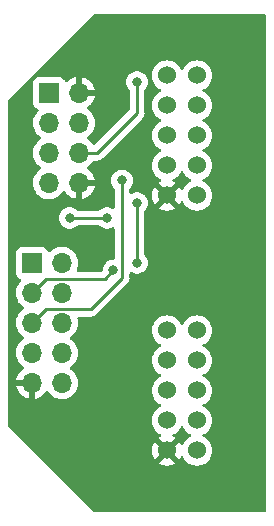
<source format=gbr>
G04 #@! TF.GenerationSoftware,KiCad,Pcbnew,(6.0.0)*
G04 #@! TF.CreationDate,2021-12-31T10:21:58-05:00*
G04 #@! TF.ProjectId,SKR-Mini_Screen,534b522d-4d69-46e6-995f-53637265656e,rev?*
G04 #@! TF.SameCoordinates,Original*
G04 #@! TF.FileFunction,Copper,L2,Bot*
G04 #@! TF.FilePolarity,Positive*
%FSLAX46Y46*%
G04 Gerber Fmt 4.6, Leading zero omitted, Abs format (unit mm)*
G04 Created by KiCad (PCBNEW (6.0.0)) date 2021-12-31 10:21:58*
%MOMM*%
%LPD*%
G01*
G04 APERTURE LIST*
G04 #@! TA.AperFunction,ComponentPad*
%ADD10C,1.524000*%
G04 #@! TD*
G04 #@! TA.AperFunction,ComponentPad*
%ADD11R,1.700000X1.700000*%
G04 #@! TD*
G04 #@! TA.AperFunction,ComponentPad*
%ADD12O,1.700000X1.700000*%
G04 #@! TD*
G04 #@! TA.AperFunction,ViaPad*
%ADD13C,0.800000*%
G04 #@! TD*
G04 #@! TA.AperFunction,Conductor*
%ADD14C,0.250000*%
G04 #@! TD*
G04 APERTURE END LIST*
D10*
X137160000Y-112395000D03*
X139700000Y-112395000D03*
X137160000Y-114935000D03*
X139700000Y-114935000D03*
X137160000Y-117475000D03*
X139700000Y-117475000D03*
X137160000Y-120015000D03*
X139700000Y-120015000D03*
X137160000Y-122555000D03*
X139700000Y-122555000D03*
X137160000Y-90805000D03*
X139700000Y-90805000D03*
X137160000Y-93345000D03*
X139700000Y-93345000D03*
X137160000Y-95885000D03*
X139700000Y-95885000D03*
X137160000Y-98425000D03*
X139700000Y-98425000D03*
X137160000Y-100965000D03*
X139700000Y-100965000D03*
D11*
X125730000Y-106680000D03*
D12*
X128270000Y-106680000D03*
X125730000Y-109220000D03*
X128270000Y-109220000D03*
X125730000Y-111760000D03*
X128270000Y-111760000D03*
X125730000Y-114300000D03*
X128270000Y-114300000D03*
X125730000Y-116840000D03*
X128270000Y-116840000D03*
D11*
X127178000Y-92292000D03*
D12*
X129718000Y-92292000D03*
X127178000Y-94832000D03*
X129718000Y-94832000D03*
X127178000Y-97372000D03*
X129718000Y-97372000D03*
X127178000Y-99912000D03*
X129718000Y-99912000D03*
D13*
X133350000Y-99695000D03*
X132625000Y-107315000D03*
X134620000Y-106680000D03*
X134620000Y-101600000D03*
X134620000Y-91350500D03*
X132080000Y-102870000D03*
X128905000Y-102870000D03*
D14*
X126579999Y-110910001D02*
X125730000Y-111760000D01*
X133350000Y-107951410D02*
X130716411Y-110584999D01*
X130716411Y-110584999D02*
X126905001Y-110584999D01*
X126905001Y-110584999D02*
X126579999Y-110910001D01*
X133350000Y-99695000D02*
X133350000Y-107951410D01*
X134620000Y-106680000D02*
X134620000Y-101600000D01*
X131895001Y-108044999D02*
X132625000Y-107315000D01*
X125730000Y-109220000D02*
X126905001Y-108044999D01*
X126905001Y-108044999D02*
X131895001Y-108044999D01*
X134620000Y-93980000D02*
X131228000Y-97372000D01*
X134620000Y-91350500D02*
X134620000Y-93980000D01*
X131228000Y-97372000D02*
X129718000Y-97372000D01*
X128905000Y-102870000D02*
X132080000Y-102870000D01*
G04 #@! TA.AperFunction,Conductor*
G36*
X145484121Y-85618002D02*
G01*
X145530614Y-85671658D01*
X145542000Y-85724000D01*
X145542000Y-127636000D01*
X145521998Y-127704121D01*
X145468342Y-127750614D01*
X145416000Y-127762000D01*
X131072610Y-127762000D01*
X131004489Y-127741998D01*
X130983515Y-127725095D01*
X126872197Y-123613777D01*
X136465777Y-123613777D01*
X136475074Y-123625793D01*
X136518069Y-123655898D01*
X136527555Y-123661376D01*
X136718993Y-123750645D01*
X136729285Y-123754391D01*
X136933309Y-123809059D01*
X136944104Y-123810962D01*
X137154525Y-123829372D01*
X137165475Y-123829372D01*
X137375896Y-123810962D01*
X137386691Y-123809059D01*
X137590715Y-123754391D01*
X137601007Y-123750645D01*
X137792445Y-123661376D01*
X137801931Y-123655898D01*
X137845764Y-123625207D01*
X137854139Y-123614729D01*
X137847071Y-123601281D01*
X137172812Y-122927022D01*
X137158868Y-122919408D01*
X137157035Y-122919539D01*
X137150420Y-122923790D01*
X136472207Y-123602003D01*
X136465777Y-123613777D01*
X126872197Y-123613777D01*
X125818895Y-122560475D01*
X135885628Y-122560475D01*
X135904038Y-122770896D01*
X135905941Y-122781691D01*
X135960609Y-122985715D01*
X135964355Y-122996007D01*
X136053623Y-123187441D01*
X136059103Y-123196932D01*
X136089794Y-123240765D01*
X136100271Y-123249140D01*
X136113718Y-123242072D01*
X136787978Y-122567812D01*
X136795592Y-122553868D01*
X136795461Y-122552035D01*
X136791210Y-122545420D01*
X136112997Y-121867207D01*
X136101223Y-121860777D01*
X136089207Y-121870074D01*
X136059103Y-121913068D01*
X136053623Y-121922559D01*
X135964355Y-122113993D01*
X135960609Y-122124285D01*
X135905941Y-122328309D01*
X135904038Y-122339104D01*
X135885628Y-122549525D01*
X135885628Y-122560475D01*
X125818895Y-122560475D01*
X123734905Y-120476485D01*
X123700879Y-120414173D01*
X123698000Y-120387390D01*
X123698000Y-120015000D01*
X135884647Y-120015000D01*
X135904022Y-120236463D01*
X135961560Y-120451196D01*
X135963882Y-120456177D01*
X135963883Y-120456178D01*
X136053186Y-120647689D01*
X136053189Y-120647694D01*
X136055512Y-120652676D01*
X136058668Y-120657183D01*
X136058669Y-120657185D01*
X136079180Y-120686477D01*
X136183023Y-120834781D01*
X136340219Y-120991977D01*
X136344727Y-120995134D01*
X136344730Y-120995136D01*
X136404157Y-121036747D01*
X136522323Y-121119488D01*
X136527305Y-121121811D01*
X136527310Y-121121814D01*
X136632965Y-121171081D01*
X136686250Y-121217998D01*
X136705711Y-121286275D01*
X136685169Y-121354235D01*
X136632965Y-121399471D01*
X136527559Y-121448623D01*
X136518068Y-121454103D01*
X136474235Y-121484794D01*
X136465860Y-121495271D01*
X136472928Y-121508718D01*
X137147188Y-122182978D01*
X137161132Y-122190592D01*
X137162965Y-122190461D01*
X137169580Y-122186210D01*
X137847793Y-121507997D01*
X137854223Y-121496223D01*
X137844926Y-121484207D01*
X137801931Y-121454102D01*
X137792445Y-121448624D01*
X137687035Y-121399471D01*
X137633750Y-121352554D01*
X137614289Y-121284277D01*
X137634831Y-121216317D01*
X137687035Y-121171081D01*
X137792690Y-121121814D01*
X137792695Y-121121811D01*
X137797677Y-121119488D01*
X137915843Y-121036747D01*
X137975270Y-120995136D01*
X137975273Y-120995134D01*
X137979781Y-120991977D01*
X138136977Y-120834781D01*
X138240821Y-120686477D01*
X138261331Y-120657185D01*
X138261332Y-120657183D01*
X138264488Y-120652676D01*
X138266811Y-120647694D01*
X138266814Y-120647689D01*
X138315805Y-120542627D01*
X138362723Y-120489342D01*
X138431000Y-120469881D01*
X138498960Y-120490423D01*
X138544195Y-120542627D01*
X138593186Y-120647689D01*
X138593189Y-120647694D01*
X138595512Y-120652676D01*
X138598668Y-120657183D01*
X138598669Y-120657185D01*
X138619180Y-120686477D01*
X138723023Y-120834781D01*
X138880219Y-120991977D01*
X138884727Y-120995134D01*
X138884730Y-120995136D01*
X138944157Y-121036747D01*
X139062323Y-121119488D01*
X139067305Y-121121811D01*
X139067310Y-121121814D01*
X139172373Y-121170805D01*
X139225658Y-121217722D01*
X139245119Y-121285999D01*
X139224577Y-121353959D01*
X139172373Y-121399195D01*
X139067311Y-121448186D01*
X139067306Y-121448189D01*
X139062324Y-121450512D01*
X139057817Y-121453668D01*
X139057815Y-121453669D01*
X138884730Y-121574864D01*
X138884727Y-121574866D01*
X138880219Y-121578023D01*
X138723023Y-121735219D01*
X138719866Y-121739727D01*
X138719864Y-121739730D01*
X138598669Y-121912815D01*
X138595512Y-121917324D01*
X138593189Y-121922306D01*
X138593186Y-121922311D01*
X138543919Y-122027965D01*
X138497001Y-122081250D01*
X138428724Y-122100711D01*
X138360764Y-122080169D01*
X138315529Y-122027965D01*
X138266377Y-121922559D01*
X138260897Y-121913068D01*
X138230206Y-121869235D01*
X138219729Y-121860860D01*
X138206282Y-121867928D01*
X137532022Y-122542188D01*
X137524408Y-122556132D01*
X137524539Y-122557965D01*
X137528790Y-122564580D01*
X138207003Y-123242793D01*
X138218777Y-123249223D01*
X138230793Y-123239926D01*
X138260897Y-123196932D01*
X138266377Y-123187441D01*
X138315529Y-123082035D01*
X138362447Y-123028750D01*
X138430724Y-123009289D01*
X138498684Y-123029831D01*
X138543919Y-123082035D01*
X138593186Y-123187689D01*
X138593189Y-123187694D01*
X138595512Y-123192676D01*
X138598668Y-123197183D01*
X138598669Y-123197185D01*
X138635107Y-123249223D01*
X138723023Y-123374781D01*
X138880219Y-123531977D01*
X138884727Y-123535134D01*
X138884730Y-123535136D01*
X138960495Y-123588187D01*
X139062323Y-123659488D01*
X139067305Y-123661811D01*
X139067310Y-123661814D01*
X139257810Y-123750645D01*
X139263804Y-123753440D01*
X139269112Y-123754862D01*
X139269114Y-123754863D01*
X139334949Y-123772503D01*
X139478537Y-123810978D01*
X139700000Y-123830353D01*
X139921463Y-123810978D01*
X140065051Y-123772503D01*
X140130886Y-123754863D01*
X140130888Y-123754862D01*
X140136196Y-123753440D01*
X140142190Y-123750645D01*
X140332690Y-123661814D01*
X140332695Y-123661811D01*
X140337677Y-123659488D01*
X140439505Y-123588187D01*
X140515270Y-123535136D01*
X140515273Y-123535134D01*
X140519781Y-123531977D01*
X140676977Y-123374781D01*
X140764894Y-123249223D01*
X140801331Y-123197185D01*
X140801332Y-123197183D01*
X140804488Y-123192676D01*
X140806811Y-123187694D01*
X140806814Y-123187689D01*
X140896117Y-122996178D01*
X140896118Y-122996177D01*
X140898440Y-122991196D01*
X140955978Y-122776463D01*
X140975353Y-122555000D01*
X140955978Y-122333537D01*
X140898440Y-122118804D01*
X140856081Y-122027965D01*
X140806814Y-121922311D01*
X140806811Y-121922306D01*
X140804488Y-121917324D01*
X140801331Y-121912815D01*
X140680136Y-121739730D01*
X140680134Y-121739727D01*
X140676977Y-121735219D01*
X140519781Y-121578023D01*
X140515273Y-121574866D01*
X140515270Y-121574864D01*
X140439505Y-121521813D01*
X140337677Y-121450512D01*
X140332695Y-121448189D01*
X140332690Y-121448186D01*
X140227627Y-121399195D01*
X140174342Y-121352278D01*
X140154881Y-121284001D01*
X140175423Y-121216041D01*
X140227627Y-121170805D01*
X140332690Y-121121814D01*
X140332695Y-121121811D01*
X140337677Y-121119488D01*
X140455843Y-121036747D01*
X140515270Y-120995136D01*
X140515273Y-120995134D01*
X140519781Y-120991977D01*
X140676977Y-120834781D01*
X140780821Y-120686477D01*
X140801331Y-120657185D01*
X140801332Y-120657183D01*
X140804488Y-120652676D01*
X140806811Y-120647694D01*
X140806814Y-120647689D01*
X140896117Y-120456178D01*
X140896118Y-120456177D01*
X140898440Y-120451196D01*
X140955978Y-120236463D01*
X140975353Y-120015000D01*
X140955978Y-119793537D01*
X140898440Y-119578804D01*
X140855805Y-119487373D01*
X140806814Y-119382311D01*
X140806811Y-119382306D01*
X140804488Y-119377324D01*
X140676977Y-119195219D01*
X140519781Y-119038023D01*
X140515273Y-119034866D01*
X140515270Y-119034864D01*
X140439505Y-118981813D01*
X140337677Y-118910512D01*
X140332695Y-118908189D01*
X140332690Y-118908186D01*
X140227627Y-118859195D01*
X140174342Y-118812278D01*
X140154881Y-118744001D01*
X140175423Y-118676041D01*
X140227627Y-118630805D01*
X140332690Y-118581814D01*
X140332695Y-118581811D01*
X140337677Y-118579488D01*
X140439505Y-118508187D01*
X140515270Y-118455136D01*
X140515273Y-118455134D01*
X140519781Y-118451977D01*
X140676977Y-118294781D01*
X140761274Y-118174393D01*
X140801331Y-118117185D01*
X140801332Y-118117183D01*
X140804488Y-118112676D01*
X140806811Y-118107694D01*
X140806814Y-118107689D01*
X140896117Y-117916178D01*
X140896118Y-117916177D01*
X140898440Y-117911196D01*
X140905682Y-117884171D01*
X140949861Y-117719292D01*
X140955978Y-117696463D01*
X140975353Y-117475000D01*
X140955978Y-117253537D01*
X140914294Y-117097973D01*
X140899863Y-117044114D01*
X140899862Y-117044112D01*
X140898440Y-117038804D01*
X140838335Y-116909908D01*
X140806814Y-116842311D01*
X140806811Y-116842306D01*
X140804488Y-116837324D01*
X140801331Y-116832815D01*
X140680136Y-116659730D01*
X140680134Y-116659727D01*
X140676977Y-116655219D01*
X140519781Y-116498023D01*
X140515273Y-116494866D01*
X140515270Y-116494864D01*
X140387959Y-116405720D01*
X140337677Y-116370512D01*
X140332695Y-116368189D01*
X140332690Y-116368186D01*
X140227627Y-116319195D01*
X140174342Y-116272278D01*
X140154881Y-116204001D01*
X140175423Y-116136041D01*
X140227627Y-116090805D01*
X140332690Y-116041814D01*
X140332695Y-116041811D01*
X140337677Y-116039488D01*
X140439505Y-115968187D01*
X140515270Y-115915136D01*
X140515273Y-115915134D01*
X140519781Y-115911977D01*
X140676977Y-115754781D01*
X140709874Y-115707800D01*
X140801331Y-115577185D01*
X140801332Y-115577183D01*
X140804488Y-115572676D01*
X140806811Y-115567694D01*
X140806814Y-115567689D01*
X140896117Y-115376178D01*
X140896118Y-115376177D01*
X140898440Y-115371196D01*
X140905682Y-115344171D01*
X140954554Y-115161776D01*
X140955978Y-115156463D01*
X140975353Y-114935000D01*
X140955978Y-114713537D01*
X140898440Y-114498804D01*
X140838335Y-114369908D01*
X140806814Y-114302311D01*
X140806811Y-114302306D01*
X140804488Y-114297324D01*
X140786652Y-114271851D01*
X140680136Y-114119730D01*
X140680134Y-114119727D01*
X140676977Y-114115219D01*
X140519781Y-113958023D01*
X140515273Y-113954866D01*
X140515270Y-113954864D01*
X140387959Y-113865720D01*
X140337677Y-113830512D01*
X140332695Y-113828189D01*
X140332690Y-113828186D01*
X140227627Y-113779195D01*
X140174342Y-113732278D01*
X140154881Y-113664001D01*
X140175423Y-113596041D01*
X140227627Y-113550805D01*
X140332690Y-113501814D01*
X140332695Y-113501811D01*
X140337677Y-113499488D01*
X140439505Y-113428187D01*
X140515270Y-113375136D01*
X140515273Y-113375134D01*
X140519781Y-113371977D01*
X140676977Y-113214781D01*
X140709874Y-113167800D01*
X140801331Y-113037185D01*
X140801332Y-113037183D01*
X140804488Y-113032676D01*
X140806811Y-113027694D01*
X140806814Y-113027689D01*
X140896117Y-112836178D01*
X140896118Y-112836177D01*
X140898440Y-112831196D01*
X140905682Y-112804171D01*
X140954554Y-112621776D01*
X140955978Y-112616463D01*
X140975353Y-112395000D01*
X140955978Y-112173537D01*
X140898440Y-111958804D01*
X140838335Y-111829908D01*
X140806814Y-111762311D01*
X140806811Y-111762306D01*
X140804488Y-111757324D01*
X140786652Y-111731851D01*
X140680136Y-111579730D01*
X140680134Y-111579727D01*
X140676977Y-111575219D01*
X140519781Y-111418023D01*
X140515273Y-111414866D01*
X140515270Y-111414864D01*
X140439505Y-111361813D01*
X140337677Y-111290512D01*
X140332695Y-111288189D01*
X140332690Y-111288186D01*
X140141178Y-111198883D01*
X140141177Y-111198882D01*
X140136196Y-111196560D01*
X140130888Y-111195138D01*
X140130886Y-111195137D01*
X140002388Y-111160706D01*
X139921463Y-111139022D01*
X139700000Y-111119647D01*
X139478537Y-111139022D01*
X139397612Y-111160706D01*
X139269114Y-111195137D01*
X139269112Y-111195138D01*
X139263804Y-111196560D01*
X139258823Y-111198882D01*
X139258822Y-111198883D01*
X139067311Y-111288186D01*
X139067306Y-111288189D01*
X139062324Y-111290512D01*
X139057817Y-111293668D01*
X139057815Y-111293669D01*
X138884730Y-111414864D01*
X138884727Y-111414866D01*
X138880219Y-111418023D01*
X138723023Y-111575219D01*
X138719866Y-111579727D01*
X138719864Y-111579730D01*
X138613348Y-111731851D01*
X138595512Y-111757324D01*
X138593189Y-111762306D01*
X138593186Y-111762311D01*
X138544195Y-111867373D01*
X138497277Y-111920658D01*
X138429000Y-111940119D01*
X138361040Y-111919577D01*
X138315805Y-111867373D01*
X138266814Y-111762311D01*
X138266811Y-111762306D01*
X138264488Y-111757324D01*
X138246652Y-111731851D01*
X138140136Y-111579730D01*
X138140134Y-111579727D01*
X138136977Y-111575219D01*
X137979781Y-111418023D01*
X137975273Y-111414866D01*
X137975270Y-111414864D01*
X137899505Y-111361813D01*
X137797677Y-111290512D01*
X137792695Y-111288189D01*
X137792690Y-111288186D01*
X137601178Y-111198883D01*
X137601177Y-111198882D01*
X137596196Y-111196560D01*
X137590888Y-111195138D01*
X137590886Y-111195137D01*
X137462388Y-111160706D01*
X137381463Y-111139022D01*
X137160000Y-111119647D01*
X136938537Y-111139022D01*
X136857612Y-111160706D01*
X136729114Y-111195137D01*
X136729112Y-111195138D01*
X136723804Y-111196560D01*
X136718823Y-111198882D01*
X136718822Y-111198883D01*
X136527311Y-111288186D01*
X136527306Y-111288189D01*
X136522324Y-111290512D01*
X136517817Y-111293668D01*
X136517815Y-111293669D01*
X136344730Y-111414864D01*
X136344727Y-111414866D01*
X136340219Y-111418023D01*
X136183023Y-111575219D01*
X136179866Y-111579727D01*
X136179864Y-111579730D01*
X136073348Y-111731851D01*
X136055512Y-111757324D01*
X136053189Y-111762306D01*
X136053186Y-111762311D01*
X136021665Y-111829908D01*
X135961560Y-111958804D01*
X135904022Y-112173537D01*
X135884647Y-112395000D01*
X135904022Y-112616463D01*
X135905446Y-112621776D01*
X135954319Y-112804171D01*
X135961560Y-112831196D01*
X135963882Y-112836177D01*
X135963883Y-112836178D01*
X136053186Y-113027689D01*
X136053189Y-113027694D01*
X136055512Y-113032676D01*
X136058668Y-113037183D01*
X136058669Y-113037185D01*
X136150127Y-113167800D01*
X136183023Y-113214781D01*
X136340219Y-113371977D01*
X136344727Y-113375134D01*
X136344730Y-113375136D01*
X136420495Y-113428187D01*
X136522323Y-113499488D01*
X136527305Y-113501811D01*
X136527310Y-113501814D01*
X136632373Y-113550805D01*
X136685658Y-113597722D01*
X136705119Y-113665999D01*
X136684577Y-113733959D01*
X136632373Y-113779195D01*
X136527311Y-113828186D01*
X136527306Y-113828189D01*
X136522324Y-113830512D01*
X136517817Y-113833668D01*
X136517815Y-113833669D01*
X136344730Y-113954864D01*
X136344727Y-113954866D01*
X136340219Y-113958023D01*
X136183023Y-114115219D01*
X136179866Y-114119727D01*
X136179864Y-114119730D01*
X136073348Y-114271851D01*
X136055512Y-114297324D01*
X136053189Y-114302306D01*
X136053186Y-114302311D01*
X136021665Y-114369908D01*
X135961560Y-114498804D01*
X135904022Y-114713537D01*
X135884647Y-114935000D01*
X135904022Y-115156463D01*
X135905446Y-115161776D01*
X135954319Y-115344171D01*
X135961560Y-115371196D01*
X135963882Y-115376177D01*
X135963883Y-115376178D01*
X136053186Y-115567689D01*
X136053189Y-115567694D01*
X136055512Y-115572676D01*
X136058668Y-115577183D01*
X136058669Y-115577185D01*
X136150127Y-115707800D01*
X136183023Y-115754781D01*
X136340219Y-115911977D01*
X136344727Y-115915134D01*
X136344730Y-115915136D01*
X136420495Y-115968187D01*
X136522323Y-116039488D01*
X136527305Y-116041811D01*
X136527310Y-116041814D01*
X136632373Y-116090805D01*
X136685658Y-116137722D01*
X136705119Y-116205999D01*
X136684577Y-116273959D01*
X136632373Y-116319195D01*
X136527311Y-116368186D01*
X136527306Y-116368189D01*
X136522324Y-116370512D01*
X136517817Y-116373668D01*
X136517815Y-116373669D01*
X136344730Y-116494864D01*
X136344727Y-116494866D01*
X136340219Y-116498023D01*
X136183023Y-116655219D01*
X136179866Y-116659727D01*
X136179864Y-116659730D01*
X136058669Y-116832815D01*
X136055512Y-116837324D01*
X136053189Y-116842306D01*
X136053186Y-116842311D01*
X136021665Y-116909908D01*
X135961560Y-117038804D01*
X135960138Y-117044112D01*
X135960137Y-117044114D01*
X135945706Y-117097973D01*
X135904022Y-117253537D01*
X135884647Y-117475000D01*
X135904022Y-117696463D01*
X135910139Y-117719292D01*
X135954319Y-117884171D01*
X135961560Y-117911196D01*
X135963882Y-117916177D01*
X135963883Y-117916178D01*
X136053186Y-118107689D01*
X136053189Y-118107694D01*
X136055512Y-118112676D01*
X136058668Y-118117183D01*
X136058669Y-118117185D01*
X136098727Y-118174393D01*
X136183023Y-118294781D01*
X136340219Y-118451977D01*
X136344727Y-118455134D01*
X136344730Y-118455136D01*
X136420495Y-118508187D01*
X136522323Y-118579488D01*
X136527305Y-118581811D01*
X136527310Y-118581814D01*
X136632373Y-118630805D01*
X136685658Y-118677722D01*
X136705119Y-118745999D01*
X136684577Y-118813959D01*
X136632373Y-118859195D01*
X136527311Y-118908186D01*
X136527306Y-118908189D01*
X136522324Y-118910512D01*
X136517817Y-118913668D01*
X136517815Y-118913669D01*
X136344730Y-119034864D01*
X136344727Y-119034866D01*
X136340219Y-119038023D01*
X136183023Y-119195219D01*
X136055512Y-119377324D01*
X136053189Y-119382306D01*
X136053186Y-119382311D01*
X136004195Y-119487373D01*
X135961560Y-119578804D01*
X135904022Y-119793537D01*
X135884647Y-120015000D01*
X123698000Y-120015000D01*
X123698000Y-117107966D01*
X124398257Y-117107966D01*
X124428565Y-117242446D01*
X124431645Y-117252275D01*
X124511770Y-117449603D01*
X124516413Y-117458794D01*
X124627694Y-117640388D01*
X124633777Y-117648699D01*
X124773213Y-117809667D01*
X124780580Y-117816883D01*
X124944434Y-117952916D01*
X124952881Y-117958831D01*
X125136756Y-118066279D01*
X125146042Y-118070729D01*
X125345001Y-118146703D01*
X125354899Y-118149579D01*
X125458250Y-118170606D01*
X125472299Y-118169410D01*
X125476000Y-118159065D01*
X125476000Y-117112115D01*
X125471525Y-117096876D01*
X125470135Y-117095671D01*
X125462452Y-117094000D01*
X124413225Y-117094000D01*
X124399694Y-117097973D01*
X124398257Y-117107966D01*
X123698000Y-117107966D01*
X123698000Y-114266695D01*
X124367251Y-114266695D01*
X124367548Y-114271848D01*
X124367548Y-114271851D01*
X124373011Y-114366590D01*
X124380110Y-114489715D01*
X124381247Y-114494761D01*
X124381248Y-114494767D01*
X124382158Y-114498804D01*
X124429222Y-114707639D01*
X124513266Y-114914616D01*
X124563253Y-114996187D01*
X124627291Y-115100688D01*
X124629987Y-115105088D01*
X124776250Y-115273938D01*
X124948126Y-115416632D01*
X125021445Y-115459476D01*
X125021955Y-115459774D01*
X125070679Y-115511412D01*
X125083750Y-115581195D01*
X125057019Y-115646967D01*
X125016562Y-115680327D01*
X125008457Y-115684546D01*
X124999738Y-115690036D01*
X124829433Y-115817905D01*
X124821726Y-115824748D01*
X124674590Y-115978717D01*
X124668104Y-115986727D01*
X124548098Y-116162649D01*
X124543000Y-116171623D01*
X124453338Y-116364783D01*
X124449775Y-116374470D01*
X124394389Y-116574183D01*
X124395912Y-116582607D01*
X124408292Y-116586000D01*
X125858000Y-116586000D01*
X125926121Y-116606002D01*
X125972614Y-116659658D01*
X125984000Y-116712000D01*
X125984000Y-118158517D01*
X125988064Y-118172359D01*
X126001478Y-118174393D01*
X126008184Y-118173534D01*
X126018262Y-118171392D01*
X126222255Y-118110191D01*
X126231842Y-118106433D01*
X126423095Y-118012739D01*
X126431945Y-118007464D01*
X126605328Y-117883792D01*
X126613200Y-117877139D01*
X126764052Y-117726812D01*
X126770730Y-117718965D01*
X126898022Y-117541819D01*
X126899279Y-117542722D01*
X126946373Y-117499362D01*
X127016311Y-117487145D01*
X127081751Y-117514678D01*
X127109579Y-117546511D01*
X127169987Y-117645088D01*
X127316250Y-117813938D01*
X127488126Y-117956632D01*
X127681000Y-118069338D01*
X127889692Y-118149030D01*
X127894760Y-118150061D01*
X127894763Y-118150062D01*
X127989862Y-118169410D01*
X128108597Y-118193567D01*
X128113772Y-118193757D01*
X128113774Y-118193757D01*
X128326673Y-118201564D01*
X128326677Y-118201564D01*
X128331837Y-118201753D01*
X128336957Y-118201097D01*
X128336959Y-118201097D01*
X128548288Y-118174025D01*
X128548289Y-118174025D01*
X128553416Y-118173368D01*
X128558366Y-118171883D01*
X128762429Y-118110661D01*
X128762434Y-118110659D01*
X128767384Y-118109174D01*
X128967994Y-118010896D01*
X129149860Y-117881173D01*
X129308096Y-117723489D01*
X129438453Y-117542077D01*
X129451995Y-117514678D01*
X129535136Y-117346453D01*
X129535137Y-117346451D01*
X129537430Y-117341811D01*
X129602370Y-117128069D01*
X129631529Y-116906590D01*
X129633156Y-116840000D01*
X129614852Y-116617361D01*
X129560431Y-116400702D01*
X129471354Y-116195840D01*
X129371710Y-116041814D01*
X129352822Y-116012617D01*
X129352820Y-116012614D01*
X129350014Y-116008277D01*
X129199670Y-115843051D01*
X129195619Y-115839852D01*
X129195615Y-115839848D01*
X129028414Y-115707800D01*
X129028410Y-115707798D01*
X129024359Y-115704598D01*
X128983053Y-115681796D01*
X128933084Y-115631364D01*
X128918312Y-115561921D01*
X128943428Y-115495516D01*
X128970780Y-115468909D01*
X129014603Y-115437650D01*
X129149860Y-115341173D01*
X129308096Y-115183489D01*
X129367594Y-115100689D01*
X129435435Y-115006277D01*
X129438453Y-115002077D01*
X129459320Y-114959857D01*
X129535136Y-114806453D01*
X129535137Y-114806451D01*
X129537430Y-114801811D01*
X129602370Y-114588069D01*
X129631529Y-114366590D01*
X129633156Y-114300000D01*
X129614852Y-114077361D01*
X129560431Y-113860702D01*
X129471354Y-113655840D01*
X129371710Y-113501814D01*
X129352822Y-113472617D01*
X129352820Y-113472614D01*
X129350014Y-113468277D01*
X129199670Y-113303051D01*
X129195619Y-113299852D01*
X129195615Y-113299848D01*
X129028414Y-113167800D01*
X129028410Y-113167798D01*
X129024359Y-113164598D01*
X128983053Y-113141796D01*
X128933084Y-113091364D01*
X128918312Y-113021921D01*
X128943428Y-112955516D01*
X128970780Y-112928909D01*
X129014603Y-112897650D01*
X129149860Y-112801173D01*
X129308096Y-112643489D01*
X129367594Y-112560689D01*
X129435435Y-112466277D01*
X129438453Y-112462077D01*
X129459320Y-112419857D01*
X129535136Y-112266453D01*
X129535137Y-112266451D01*
X129537430Y-112261811D01*
X129602370Y-112048069D01*
X129631529Y-111826590D01*
X129633156Y-111760000D01*
X129614852Y-111537361D01*
X129607906Y-111509707D01*
X129574119Y-111375194D01*
X129576923Y-111304253D01*
X129617636Y-111246090D01*
X129683332Y-111219171D01*
X129696323Y-111218499D01*
X130637644Y-111218499D01*
X130648827Y-111219026D01*
X130656320Y-111220701D01*
X130664246Y-111220452D01*
X130664247Y-111220452D01*
X130724397Y-111218561D01*
X130728356Y-111218499D01*
X130756267Y-111218499D01*
X130760202Y-111218002D01*
X130760267Y-111217994D01*
X130772104Y-111217061D01*
X130804362Y-111216047D01*
X130808381Y-111215921D01*
X130816300Y-111215672D01*
X130835754Y-111210020D01*
X130855111Y-111206012D01*
X130867341Y-111204467D01*
X130867342Y-111204467D01*
X130875208Y-111203473D01*
X130882579Y-111200554D01*
X130882581Y-111200554D01*
X130916323Y-111187195D01*
X130927553Y-111183350D01*
X130962394Y-111173228D01*
X130962395Y-111173228D01*
X130970004Y-111171017D01*
X130976823Y-111166984D01*
X130976828Y-111166982D01*
X130987439Y-111160706D01*
X131005187Y-111152011D01*
X131024028Y-111144551D01*
X131032298Y-111138543D01*
X131059798Y-111118563D01*
X131069718Y-111112047D01*
X131100946Y-111093579D01*
X131100949Y-111093577D01*
X131107773Y-111089541D01*
X131122094Y-111075220D01*
X131137128Y-111062379D01*
X131147105Y-111055130D01*
X131153518Y-111050471D01*
X131181709Y-111016394D01*
X131189699Y-111007615D01*
X133742247Y-108455067D01*
X133750537Y-108447523D01*
X133757018Y-108443410D01*
X133803659Y-108393742D01*
X133806413Y-108390901D01*
X133826134Y-108371180D01*
X133828612Y-108367985D01*
X133836318Y-108358963D01*
X133861158Y-108332511D01*
X133866586Y-108326731D01*
X133876346Y-108308978D01*
X133887199Y-108292455D01*
X133894753Y-108282716D01*
X133899613Y-108276451D01*
X133917176Y-108235867D01*
X133922383Y-108225237D01*
X133943695Y-108186470D01*
X133945666Y-108178793D01*
X133945668Y-108178788D01*
X133948732Y-108166852D01*
X133955138Y-108148140D01*
X133960033Y-108136829D01*
X133963181Y-108129555D01*
X133964421Y-108121727D01*
X133964423Y-108121720D01*
X133970099Y-108085886D01*
X133972505Y-108074266D01*
X133981528Y-108039121D01*
X133981528Y-108039120D01*
X133983500Y-108031440D01*
X133983500Y-108011186D01*
X133985051Y-107991475D01*
X133986980Y-107979296D01*
X133988220Y-107971467D01*
X133984059Y-107927448D01*
X133983500Y-107915591D01*
X133983500Y-107584782D01*
X134003502Y-107516661D01*
X134057158Y-107470168D01*
X134127432Y-107460064D01*
X134162730Y-107472282D01*
X134163248Y-107471118D01*
X134337712Y-107548794D01*
X134431113Y-107568647D01*
X134518056Y-107587128D01*
X134518061Y-107587128D01*
X134524513Y-107588500D01*
X134715487Y-107588500D01*
X134721939Y-107587128D01*
X134721944Y-107587128D01*
X134808888Y-107568647D01*
X134902288Y-107548794D01*
X134908319Y-107546109D01*
X135070722Y-107473803D01*
X135070724Y-107473802D01*
X135076752Y-107471118D01*
X135091967Y-107460064D01*
X135221135Y-107366217D01*
X135231253Y-107358866D01*
X135235675Y-107353955D01*
X135354621Y-107221852D01*
X135354622Y-107221851D01*
X135359040Y-107216944D01*
X135454527Y-107051556D01*
X135513542Y-106869928D01*
X135526157Y-106749908D01*
X135532814Y-106686565D01*
X135533504Y-106680000D01*
X135528485Y-106632251D01*
X135514232Y-106496635D01*
X135514232Y-106496633D01*
X135513542Y-106490072D01*
X135454527Y-106308444D01*
X135438394Y-106280500D01*
X135362341Y-106148774D01*
X135359040Y-106143056D01*
X135285863Y-106061785D01*
X135255147Y-105997779D01*
X135253500Y-105977476D01*
X135253500Y-102302524D01*
X135273502Y-102234403D01*
X135285858Y-102218221D01*
X135359040Y-102136944D01*
X135417778Y-102035207D01*
X135424377Y-102023777D01*
X136465777Y-102023777D01*
X136475074Y-102035793D01*
X136518069Y-102065898D01*
X136527555Y-102071376D01*
X136718993Y-102160645D01*
X136729285Y-102164391D01*
X136933309Y-102219059D01*
X136944104Y-102220962D01*
X137154525Y-102239372D01*
X137165475Y-102239372D01*
X137375896Y-102220962D01*
X137386691Y-102219059D01*
X137590715Y-102164391D01*
X137601007Y-102160645D01*
X137792445Y-102071376D01*
X137801931Y-102065898D01*
X137845764Y-102035207D01*
X137854139Y-102024729D01*
X137847071Y-102011281D01*
X137172812Y-101337022D01*
X137158868Y-101329408D01*
X137157035Y-101329539D01*
X137150420Y-101333790D01*
X136472207Y-102012003D01*
X136465777Y-102023777D01*
X135424377Y-102023777D01*
X135451223Y-101977279D01*
X135451224Y-101977278D01*
X135454527Y-101971556D01*
X135513542Y-101789928D01*
X135527280Y-101659223D01*
X135532814Y-101606565D01*
X135533504Y-101600000D01*
X135513542Y-101410072D01*
X135454527Y-101228444D01*
X135450843Y-101222062D01*
X135371809Y-101085173D01*
X135359040Y-101063056D01*
X135275680Y-100970475D01*
X135885628Y-100970475D01*
X135904038Y-101180896D01*
X135905941Y-101191691D01*
X135960609Y-101395715D01*
X135964355Y-101406007D01*
X136053623Y-101597441D01*
X136059103Y-101606932D01*
X136089794Y-101650765D01*
X136100271Y-101659140D01*
X136113718Y-101652072D01*
X136787978Y-100977812D01*
X136795592Y-100963868D01*
X136795461Y-100962035D01*
X136791210Y-100955420D01*
X136112997Y-100277207D01*
X136101223Y-100270777D01*
X136089207Y-100280074D01*
X136059103Y-100323068D01*
X136053623Y-100332559D01*
X135964355Y-100523993D01*
X135960609Y-100534285D01*
X135905941Y-100738309D01*
X135904038Y-100749104D01*
X135885628Y-100959525D01*
X135885628Y-100970475D01*
X135275680Y-100970475D01*
X135268081Y-100962035D01*
X135235675Y-100926045D01*
X135235674Y-100926044D01*
X135231253Y-100921134D01*
X135076752Y-100808882D01*
X135070724Y-100806198D01*
X135070722Y-100806197D01*
X134908319Y-100733891D01*
X134908318Y-100733891D01*
X134902288Y-100731206D01*
X134808888Y-100711353D01*
X134721944Y-100692872D01*
X134721939Y-100692872D01*
X134715487Y-100691500D01*
X134524513Y-100691500D01*
X134518061Y-100692872D01*
X134518056Y-100692872D01*
X134431112Y-100711353D01*
X134337712Y-100731206D01*
X134331682Y-100733891D01*
X134331681Y-100733891D01*
X134310016Y-100743537D01*
X134163248Y-100808882D01*
X134162323Y-100806804D01*
X134103512Y-100821076D01*
X134036419Y-100797859D01*
X133992528Y-100742055D01*
X133983500Y-100695218D01*
X133983500Y-100397524D01*
X134003502Y-100329403D01*
X134015858Y-100313221D01*
X134089040Y-100231944D01*
X134184527Y-100066556D01*
X134243542Y-99884928D01*
X134245777Y-99863669D01*
X134262814Y-99701565D01*
X134263504Y-99695000D01*
X134246108Y-99529488D01*
X134244232Y-99511635D01*
X134244232Y-99511633D01*
X134243542Y-99505072D01*
X134184527Y-99323444D01*
X134089040Y-99158056D01*
X134007220Y-99067185D01*
X133965675Y-99021045D01*
X133965674Y-99021044D01*
X133961253Y-99016134D01*
X133862157Y-98944136D01*
X133812094Y-98907763D01*
X133812093Y-98907762D01*
X133806752Y-98903882D01*
X133800724Y-98901198D01*
X133800722Y-98901197D01*
X133638319Y-98828891D01*
X133638318Y-98828891D01*
X133632288Y-98826206D01*
X133538888Y-98806353D01*
X133451944Y-98787872D01*
X133451939Y-98787872D01*
X133445487Y-98786500D01*
X133254513Y-98786500D01*
X133248061Y-98787872D01*
X133248056Y-98787872D01*
X133161113Y-98806353D01*
X133067712Y-98826206D01*
X133061682Y-98828891D01*
X133061681Y-98828891D01*
X132899278Y-98901197D01*
X132899276Y-98901198D01*
X132893248Y-98903882D01*
X132887907Y-98907762D01*
X132887906Y-98907763D01*
X132837843Y-98944136D01*
X132738747Y-99016134D01*
X132734326Y-99021044D01*
X132734325Y-99021045D01*
X132692781Y-99067185D01*
X132610960Y-99158056D01*
X132515473Y-99323444D01*
X132456458Y-99505072D01*
X132455768Y-99511633D01*
X132455768Y-99511635D01*
X132453892Y-99529488D01*
X132436496Y-99695000D01*
X132437186Y-99701565D01*
X132454224Y-99863669D01*
X132456458Y-99884928D01*
X132515473Y-100066556D01*
X132610960Y-100231944D01*
X132684137Y-100313215D01*
X132714853Y-100377221D01*
X132716500Y-100397524D01*
X132716500Y-101965218D01*
X132696498Y-102033339D01*
X132642842Y-102079832D01*
X132572568Y-102089936D01*
X132537270Y-102077718D01*
X132536752Y-102078882D01*
X132368319Y-102003891D01*
X132368318Y-102003891D01*
X132362288Y-102001206D01*
X132249721Y-101977279D01*
X132181944Y-101962872D01*
X132181939Y-101962872D01*
X132175487Y-101961500D01*
X131984513Y-101961500D01*
X131978061Y-101962872D01*
X131978056Y-101962872D01*
X131910279Y-101977279D01*
X131797712Y-102001206D01*
X131791682Y-102003891D01*
X131791681Y-102003891D01*
X131629278Y-102076197D01*
X131629276Y-102076198D01*
X131623248Y-102078882D01*
X131617907Y-102082762D01*
X131617906Y-102082763D01*
X131551203Y-102131226D01*
X131468747Y-102191134D01*
X131464332Y-102196037D01*
X131459420Y-102200460D01*
X131458295Y-102199211D01*
X131404986Y-102232051D01*
X131371800Y-102236500D01*
X129613200Y-102236500D01*
X129545079Y-102216498D01*
X129525853Y-102200157D01*
X129525580Y-102200460D01*
X129520668Y-102196037D01*
X129516253Y-102191134D01*
X129433797Y-102131226D01*
X129367094Y-102082763D01*
X129367093Y-102082762D01*
X129361752Y-102078882D01*
X129355724Y-102076198D01*
X129355722Y-102076197D01*
X129193319Y-102003891D01*
X129193318Y-102003891D01*
X129187288Y-102001206D01*
X129074721Y-101977279D01*
X129006944Y-101962872D01*
X129006939Y-101962872D01*
X129000487Y-101961500D01*
X128809513Y-101961500D01*
X128803061Y-101962872D01*
X128803056Y-101962872D01*
X128735279Y-101977279D01*
X128622712Y-102001206D01*
X128616682Y-102003891D01*
X128616681Y-102003891D01*
X128454278Y-102076197D01*
X128454276Y-102076198D01*
X128448248Y-102078882D01*
X128442907Y-102082762D01*
X128442906Y-102082763D01*
X128392843Y-102119136D01*
X128293747Y-102191134D01*
X128289326Y-102196044D01*
X128289325Y-102196045D01*
X128268158Y-102219554D01*
X128165960Y-102333056D01*
X128070473Y-102498444D01*
X128011458Y-102680072D01*
X127991496Y-102870000D01*
X128011458Y-103059928D01*
X128070473Y-103241556D01*
X128165960Y-103406944D01*
X128293747Y-103548866D01*
X128448248Y-103661118D01*
X128454276Y-103663802D01*
X128454278Y-103663803D01*
X128616681Y-103736109D01*
X128622712Y-103738794D01*
X128716112Y-103758647D01*
X128803056Y-103777128D01*
X128803061Y-103777128D01*
X128809513Y-103778500D01*
X129000487Y-103778500D01*
X129006939Y-103777128D01*
X129006944Y-103777128D01*
X129093887Y-103758647D01*
X129187288Y-103738794D01*
X129193319Y-103736109D01*
X129355722Y-103663803D01*
X129355724Y-103663802D01*
X129361752Y-103661118D01*
X129516253Y-103548866D01*
X129520668Y-103543963D01*
X129525580Y-103539540D01*
X129526705Y-103540789D01*
X129580014Y-103507949D01*
X129613200Y-103503500D01*
X131371800Y-103503500D01*
X131439921Y-103523502D01*
X131459147Y-103539843D01*
X131459420Y-103539540D01*
X131464332Y-103543963D01*
X131468747Y-103548866D01*
X131623248Y-103661118D01*
X131629276Y-103663802D01*
X131629278Y-103663803D01*
X131791681Y-103736109D01*
X131797712Y-103738794D01*
X131891112Y-103758647D01*
X131978056Y-103777128D01*
X131978061Y-103777128D01*
X131984513Y-103778500D01*
X132175487Y-103778500D01*
X132181939Y-103777128D01*
X132181944Y-103777128D01*
X132268887Y-103758647D01*
X132362288Y-103738794D01*
X132386656Y-103727945D01*
X132536752Y-103661118D01*
X132537677Y-103663196D01*
X132596488Y-103648924D01*
X132663581Y-103672141D01*
X132707472Y-103727945D01*
X132716500Y-103774782D01*
X132716500Y-106280500D01*
X132696498Y-106348621D01*
X132642842Y-106395114D01*
X132590500Y-106406500D01*
X132529513Y-106406500D01*
X132523061Y-106407872D01*
X132523056Y-106407872D01*
X132436113Y-106426353D01*
X132342712Y-106446206D01*
X132336682Y-106448891D01*
X132336681Y-106448891D01*
X132174278Y-106521197D01*
X132174276Y-106521198D01*
X132168248Y-106523882D01*
X132013747Y-106636134D01*
X132009326Y-106641044D01*
X132009325Y-106641045D01*
X131911305Y-106749908D01*
X131885960Y-106778056D01*
X131790473Y-106943444D01*
X131731458Y-107125072D01*
X131730768Y-107131633D01*
X131730768Y-107131635D01*
X131714093Y-107290292D01*
X131687080Y-107355949D01*
X131677878Y-107366217D01*
X131669501Y-107374594D01*
X131607189Y-107408620D01*
X131580406Y-107411499D01*
X129626733Y-107411499D01*
X129558612Y-107391497D01*
X129512119Y-107337841D01*
X129502015Y-107267567D01*
X129513775Y-107229673D01*
X129517641Y-107221852D01*
X129537430Y-107181811D01*
X129602370Y-106968069D01*
X129631529Y-106746590D01*
X129633156Y-106680000D01*
X129614852Y-106457361D01*
X129560431Y-106240702D01*
X129471354Y-106035840D01*
X129350014Y-105848277D01*
X129199670Y-105683051D01*
X129195619Y-105679852D01*
X129195615Y-105679848D01*
X129028414Y-105547800D01*
X129028410Y-105547798D01*
X129024359Y-105544598D01*
X128828789Y-105436638D01*
X128823920Y-105434914D01*
X128823916Y-105434912D01*
X128623087Y-105363795D01*
X128623083Y-105363794D01*
X128618212Y-105362069D01*
X128613119Y-105361162D01*
X128613116Y-105361161D01*
X128403373Y-105323800D01*
X128403367Y-105323799D01*
X128398284Y-105322894D01*
X128324452Y-105321992D01*
X128180081Y-105320228D01*
X128180079Y-105320228D01*
X128174911Y-105320165D01*
X127954091Y-105353955D01*
X127741756Y-105423357D01*
X127543607Y-105526507D01*
X127539474Y-105529610D01*
X127539471Y-105529612D01*
X127369100Y-105657530D01*
X127364965Y-105660635D01*
X127308537Y-105719684D01*
X127284283Y-105745064D01*
X127222759Y-105780494D01*
X127151846Y-105777037D01*
X127094060Y-105735791D01*
X127075207Y-105702243D01*
X127033767Y-105591703D01*
X127030615Y-105583295D01*
X126943261Y-105466739D01*
X126826705Y-105379385D01*
X126690316Y-105328255D01*
X126628134Y-105321500D01*
X124831866Y-105321500D01*
X124769684Y-105328255D01*
X124633295Y-105379385D01*
X124516739Y-105466739D01*
X124429385Y-105583295D01*
X124378255Y-105719684D01*
X124371500Y-105781866D01*
X124371500Y-107578134D01*
X124378255Y-107640316D01*
X124429385Y-107776705D01*
X124516739Y-107893261D01*
X124633295Y-107980615D01*
X124641704Y-107983767D01*
X124641705Y-107983768D01*
X124750451Y-108024535D01*
X124807216Y-108067176D01*
X124831916Y-108133738D01*
X124816709Y-108203087D01*
X124797316Y-108229568D01*
X124670629Y-108362138D01*
X124667715Y-108366410D01*
X124667714Y-108366411D01*
X124619130Y-108437633D01*
X124544743Y-108546680D01*
X124542564Y-108551375D01*
X124470748Y-108706090D01*
X124450688Y-108749305D01*
X124390989Y-108964570D01*
X124367251Y-109186695D01*
X124367548Y-109191848D01*
X124367548Y-109191851D01*
X124373011Y-109286590D01*
X124380110Y-109409715D01*
X124381247Y-109414761D01*
X124381248Y-109414767D01*
X124401119Y-109502939D01*
X124429222Y-109627639D01*
X124513266Y-109834616D01*
X124515965Y-109839020D01*
X124583128Y-109948620D01*
X124629987Y-110025088D01*
X124776250Y-110193938D01*
X124948126Y-110336632D01*
X125018595Y-110377811D01*
X125021445Y-110379476D01*
X125070169Y-110431114D01*
X125083240Y-110500897D01*
X125056509Y-110566669D01*
X125016055Y-110600027D01*
X125003607Y-110606507D01*
X124999474Y-110609610D01*
X124999471Y-110609612D01*
X124829100Y-110737530D01*
X124824965Y-110740635D01*
X124670629Y-110902138D01*
X124544743Y-111086680D01*
X124507468Y-111166982D01*
X124470748Y-111246090D01*
X124450688Y-111289305D01*
X124390989Y-111504570D01*
X124367251Y-111726695D01*
X124367548Y-111731848D01*
X124367548Y-111731851D01*
X124373011Y-111826590D01*
X124380110Y-111949715D01*
X124381247Y-111954761D01*
X124381248Y-111954767D01*
X124382158Y-111958804D01*
X124429222Y-112167639D01*
X124513266Y-112374616D01*
X124563253Y-112456187D01*
X124627291Y-112560688D01*
X124629987Y-112565088D01*
X124776250Y-112733938D01*
X124948126Y-112876632D01*
X125018595Y-112917811D01*
X125021445Y-112919476D01*
X125070169Y-112971114D01*
X125083240Y-113040897D01*
X125056509Y-113106669D01*
X125016055Y-113140027D01*
X125003607Y-113146507D01*
X124999474Y-113149610D01*
X124999471Y-113149612D01*
X124912674Y-113214781D01*
X124824965Y-113280635D01*
X124670629Y-113442138D01*
X124544743Y-113626680D01*
X124450688Y-113829305D01*
X124390989Y-114044570D01*
X124367251Y-114266695D01*
X123698000Y-114266695D01*
X123698000Y-99878695D01*
X125815251Y-99878695D01*
X125815548Y-99883848D01*
X125815548Y-99883851D01*
X125821555Y-99988023D01*
X125828110Y-100101715D01*
X125829247Y-100106761D01*
X125829248Y-100106767D01*
X125842597Y-100166000D01*
X125877222Y-100319639D01*
X125925269Y-100437965D01*
X125946467Y-100490169D01*
X125961266Y-100526616D01*
X125963965Y-100531020D01*
X126062307Y-100691500D01*
X126077987Y-100717088D01*
X126224250Y-100885938D01*
X126396126Y-101028632D01*
X126589000Y-101141338D01*
X126797692Y-101221030D01*
X126802760Y-101222061D01*
X126802763Y-101222062D01*
X126865024Y-101234729D01*
X127016597Y-101265567D01*
X127021772Y-101265757D01*
X127021774Y-101265757D01*
X127234673Y-101273564D01*
X127234677Y-101273564D01*
X127239837Y-101273753D01*
X127244957Y-101273097D01*
X127244959Y-101273097D01*
X127456288Y-101246025D01*
X127456289Y-101246025D01*
X127461416Y-101245368D01*
X127466366Y-101243883D01*
X127670429Y-101182661D01*
X127670434Y-101182659D01*
X127675384Y-101181174D01*
X127875994Y-101082896D01*
X128057860Y-100953173D01*
X128216096Y-100795489D01*
X128260359Y-100733891D01*
X128346453Y-100614077D01*
X128347640Y-100614930D01*
X128394960Y-100571362D01*
X128464897Y-100559145D01*
X128530338Y-100586678D01*
X128558166Y-100618511D01*
X128615694Y-100712388D01*
X128621777Y-100720699D01*
X128761213Y-100881667D01*
X128768580Y-100888883D01*
X128932434Y-101024916D01*
X128940881Y-101030831D01*
X129124756Y-101138279D01*
X129134042Y-101142729D01*
X129333001Y-101218703D01*
X129342899Y-101221579D01*
X129446250Y-101242606D01*
X129460299Y-101241410D01*
X129464000Y-101231065D01*
X129464000Y-101230517D01*
X129972000Y-101230517D01*
X129976064Y-101244359D01*
X129989478Y-101246393D01*
X129996184Y-101245534D01*
X130006262Y-101243392D01*
X130210255Y-101182191D01*
X130219842Y-101178433D01*
X130411095Y-101084739D01*
X130419945Y-101079464D01*
X130593328Y-100955792D01*
X130601200Y-100949139D01*
X130752052Y-100798812D01*
X130758730Y-100790965D01*
X130883003Y-100618020D01*
X130888313Y-100609183D01*
X130982670Y-100418267D01*
X130986469Y-100408672D01*
X131048377Y-100204910D01*
X131050555Y-100194837D01*
X131051986Y-100183962D01*
X131049775Y-100169778D01*
X131036617Y-100166000D01*
X129990115Y-100166000D01*
X129974876Y-100170475D01*
X129973671Y-100171865D01*
X129972000Y-100179548D01*
X129972000Y-101230517D01*
X129464000Y-101230517D01*
X129464000Y-99784000D01*
X129484002Y-99715879D01*
X129537658Y-99669386D01*
X129590000Y-99658000D01*
X131036344Y-99658000D01*
X131049875Y-99654027D01*
X131051180Y-99644947D01*
X131009214Y-99477875D01*
X131005894Y-99468124D01*
X130920972Y-99272814D01*
X130916105Y-99263739D01*
X130800426Y-99084926D01*
X130794136Y-99076757D01*
X130650806Y-98919240D01*
X130643273Y-98912215D01*
X130476139Y-98780222D01*
X130467556Y-98774520D01*
X130430602Y-98754120D01*
X130380631Y-98703687D01*
X130365859Y-98634245D01*
X130390975Y-98567839D01*
X130418327Y-98541232D01*
X130441797Y-98524491D01*
X130581279Y-98425000D01*
X135884647Y-98425000D01*
X135904022Y-98646463D01*
X135961560Y-98861196D01*
X135963882Y-98866177D01*
X135963883Y-98866178D01*
X136053186Y-99057689D01*
X136053189Y-99057694D01*
X136055512Y-99062676D01*
X136058668Y-99067183D01*
X136058669Y-99067185D01*
X136175755Y-99234401D01*
X136183023Y-99244781D01*
X136340219Y-99401977D01*
X136344727Y-99405134D01*
X136344730Y-99405136D01*
X136389680Y-99436610D01*
X136522323Y-99529488D01*
X136527305Y-99531811D01*
X136527310Y-99531814D01*
X136632965Y-99581081D01*
X136686250Y-99627998D01*
X136705711Y-99696275D01*
X136685169Y-99764235D01*
X136632965Y-99809471D01*
X136527559Y-99858623D01*
X136518068Y-99864103D01*
X136474235Y-99894794D01*
X136465860Y-99905271D01*
X136472928Y-99918718D01*
X137147188Y-100592978D01*
X137161132Y-100600592D01*
X137162965Y-100600461D01*
X137169580Y-100596210D01*
X137847793Y-99917997D01*
X137854223Y-99906223D01*
X137844926Y-99894207D01*
X137801931Y-99864102D01*
X137792445Y-99858624D01*
X137687035Y-99809471D01*
X137633750Y-99762554D01*
X137614289Y-99694277D01*
X137634831Y-99626317D01*
X137687035Y-99581081D01*
X137792690Y-99531814D01*
X137792695Y-99531811D01*
X137797677Y-99529488D01*
X137930320Y-99436610D01*
X137975270Y-99405136D01*
X137975273Y-99405134D01*
X137979781Y-99401977D01*
X138136977Y-99244781D01*
X138144246Y-99234401D01*
X138261331Y-99067185D01*
X138261332Y-99067183D01*
X138264488Y-99062676D01*
X138266811Y-99057694D01*
X138266814Y-99057689D01*
X138315805Y-98952627D01*
X138362723Y-98899342D01*
X138431000Y-98879881D01*
X138498960Y-98900423D01*
X138544195Y-98952627D01*
X138593186Y-99057689D01*
X138593189Y-99057694D01*
X138595512Y-99062676D01*
X138598668Y-99067183D01*
X138598669Y-99067185D01*
X138715755Y-99234401D01*
X138723023Y-99244781D01*
X138880219Y-99401977D01*
X138884727Y-99405134D01*
X138884730Y-99405136D01*
X138929680Y-99436610D01*
X139062323Y-99529488D01*
X139067305Y-99531811D01*
X139067310Y-99531814D01*
X139172373Y-99580805D01*
X139225658Y-99627722D01*
X139245119Y-99695999D01*
X139224577Y-99763959D01*
X139172373Y-99809195D01*
X139067311Y-99858186D01*
X139067306Y-99858189D01*
X139062324Y-99860512D01*
X139057817Y-99863668D01*
X139057815Y-99863669D01*
X138884730Y-99984864D01*
X138884727Y-99984866D01*
X138880219Y-99988023D01*
X138723023Y-100145219D01*
X138719866Y-100149727D01*
X138719864Y-100149730D01*
X138604424Y-100314596D01*
X138595512Y-100327324D01*
X138593189Y-100332306D01*
X138593186Y-100332311D01*
X138543919Y-100437965D01*
X138497001Y-100491250D01*
X138428724Y-100510711D01*
X138360764Y-100490169D01*
X138315529Y-100437965D01*
X138266377Y-100332559D01*
X138260897Y-100323068D01*
X138230206Y-100279235D01*
X138219729Y-100270860D01*
X138206282Y-100277928D01*
X137532022Y-100952188D01*
X137524408Y-100966132D01*
X137524539Y-100967965D01*
X137528790Y-100974580D01*
X138207003Y-101652793D01*
X138218777Y-101659223D01*
X138230793Y-101649926D01*
X138260897Y-101606932D01*
X138266377Y-101597441D01*
X138315529Y-101492035D01*
X138362447Y-101438750D01*
X138430724Y-101419289D01*
X138498684Y-101439831D01*
X138543919Y-101492035D01*
X138593186Y-101597689D01*
X138593189Y-101597694D01*
X138595512Y-101602676D01*
X138598668Y-101607183D01*
X138598669Y-101607185D01*
X138635107Y-101659223D01*
X138723023Y-101784781D01*
X138880219Y-101941977D01*
X138884727Y-101945134D01*
X138884730Y-101945136D01*
X138910060Y-101962872D01*
X139062323Y-102069488D01*
X139067305Y-102071811D01*
X139067310Y-102071814D01*
X139257810Y-102160645D01*
X139263804Y-102163440D01*
X139269112Y-102164862D01*
X139269114Y-102164863D01*
X139334949Y-102182503D01*
X139478537Y-102220978D01*
X139700000Y-102240353D01*
X139921463Y-102220978D01*
X140065051Y-102182503D01*
X140130886Y-102164863D01*
X140130888Y-102164862D01*
X140136196Y-102163440D01*
X140142190Y-102160645D01*
X140332690Y-102071814D01*
X140332695Y-102071811D01*
X140337677Y-102069488D01*
X140489940Y-101962872D01*
X140515270Y-101945136D01*
X140515273Y-101945134D01*
X140519781Y-101941977D01*
X140676977Y-101784781D01*
X140764894Y-101659223D01*
X140801331Y-101607185D01*
X140801332Y-101607183D01*
X140804488Y-101602676D01*
X140806811Y-101597694D01*
X140806814Y-101597689D01*
X140896117Y-101406178D01*
X140896118Y-101406177D01*
X140898440Y-101401196D01*
X140955978Y-101186463D01*
X140975353Y-100965000D01*
X140955978Y-100743537D01*
X140913947Y-100586678D01*
X140899863Y-100534114D01*
X140899862Y-100534112D01*
X140898440Y-100528804D01*
X140896117Y-100523822D01*
X140806814Y-100332311D01*
X140806811Y-100332306D01*
X140804488Y-100327324D01*
X140795576Y-100314596D01*
X140680136Y-100149730D01*
X140680134Y-100149727D01*
X140676977Y-100145219D01*
X140519781Y-99988023D01*
X140515273Y-99984866D01*
X140515270Y-99984864D01*
X140439505Y-99931813D01*
X140337677Y-99860512D01*
X140332695Y-99858189D01*
X140332690Y-99858186D01*
X140227627Y-99809195D01*
X140174342Y-99762278D01*
X140154881Y-99694001D01*
X140175423Y-99626041D01*
X140227627Y-99580805D01*
X140332690Y-99531814D01*
X140332695Y-99531811D01*
X140337677Y-99529488D01*
X140470320Y-99436610D01*
X140515270Y-99405136D01*
X140515273Y-99405134D01*
X140519781Y-99401977D01*
X140676977Y-99244781D01*
X140684246Y-99234401D01*
X140801331Y-99067185D01*
X140801332Y-99067183D01*
X140804488Y-99062676D01*
X140806811Y-99057694D01*
X140806814Y-99057689D01*
X140896117Y-98866178D01*
X140896118Y-98866177D01*
X140898440Y-98861196D01*
X140955978Y-98646463D01*
X140975353Y-98425000D01*
X140955978Y-98203537D01*
X140902781Y-98005003D01*
X140899863Y-97994114D01*
X140899862Y-97994112D01*
X140898440Y-97988804D01*
X140896117Y-97983822D01*
X140806814Y-97792311D01*
X140806811Y-97792306D01*
X140804488Y-97787324D01*
X140676977Y-97605219D01*
X140519781Y-97448023D01*
X140515273Y-97444866D01*
X140515270Y-97444864D01*
X140371008Y-97343851D01*
X140337677Y-97320512D01*
X140332695Y-97318189D01*
X140332690Y-97318186D01*
X140227627Y-97269195D01*
X140174342Y-97222278D01*
X140154881Y-97154001D01*
X140175423Y-97086041D01*
X140227627Y-97040805D01*
X140332690Y-96991814D01*
X140332695Y-96991811D01*
X140337677Y-96989488D01*
X140470320Y-96896610D01*
X140515270Y-96865136D01*
X140515273Y-96865134D01*
X140519781Y-96861977D01*
X140676977Y-96704781D01*
X140684246Y-96694401D01*
X140801331Y-96527185D01*
X140801332Y-96527183D01*
X140804488Y-96522676D01*
X140806811Y-96517694D01*
X140806814Y-96517689D01*
X140896117Y-96326178D01*
X140896118Y-96326177D01*
X140898440Y-96321196D01*
X140955978Y-96106463D01*
X140975353Y-95885000D01*
X140955978Y-95663537D01*
X140898440Y-95448804D01*
X140896117Y-95443822D01*
X140806814Y-95252311D01*
X140806811Y-95252306D01*
X140804488Y-95247324D01*
X140718852Y-95125023D01*
X140680136Y-95069730D01*
X140680134Y-95069727D01*
X140676977Y-95065219D01*
X140519781Y-94908023D01*
X140515273Y-94904866D01*
X140515270Y-94904864D01*
X140371008Y-94803851D01*
X140337677Y-94780512D01*
X140332695Y-94778189D01*
X140332690Y-94778186D01*
X140227627Y-94729195D01*
X140174342Y-94682278D01*
X140154881Y-94614001D01*
X140175423Y-94546041D01*
X140227627Y-94500805D01*
X140332690Y-94451814D01*
X140332695Y-94451811D01*
X140337677Y-94449488D01*
X140482085Y-94348372D01*
X140515270Y-94325136D01*
X140515273Y-94325134D01*
X140519781Y-94321977D01*
X140676977Y-94164781D01*
X140684246Y-94154401D01*
X140801331Y-93987185D01*
X140801332Y-93987183D01*
X140804488Y-93982676D01*
X140806811Y-93977694D01*
X140806814Y-93977689D01*
X140896117Y-93786178D01*
X140896118Y-93786177D01*
X140898440Y-93781196D01*
X140955978Y-93566463D01*
X140975353Y-93345000D01*
X140955978Y-93123537D01*
X140898440Y-92908804D01*
X140846896Y-92798267D01*
X140806814Y-92712311D01*
X140806811Y-92712306D01*
X140804488Y-92707324D01*
X140765752Y-92652003D01*
X140680136Y-92529730D01*
X140680134Y-92529727D01*
X140676977Y-92525219D01*
X140519781Y-92368023D01*
X140515273Y-92364866D01*
X140515270Y-92364864D01*
X140437666Y-92310525D01*
X140337677Y-92240512D01*
X140332695Y-92238189D01*
X140332690Y-92238186D01*
X140227627Y-92189195D01*
X140174342Y-92142278D01*
X140154881Y-92074001D01*
X140175423Y-92006041D01*
X140227627Y-91960805D01*
X140332690Y-91911814D01*
X140332695Y-91911811D01*
X140337677Y-91909488D01*
X140439505Y-91838187D01*
X140515270Y-91785136D01*
X140515273Y-91785134D01*
X140519781Y-91781977D01*
X140676977Y-91624781D01*
X140736042Y-91540428D01*
X140801331Y-91447185D01*
X140801332Y-91447183D01*
X140804488Y-91442676D01*
X140806811Y-91437694D01*
X140806814Y-91437689D01*
X140896117Y-91246178D01*
X140896118Y-91246177D01*
X140898440Y-91241196D01*
X140955978Y-91026463D01*
X140975353Y-90805000D01*
X140955978Y-90583537D01*
X140898440Y-90368804D01*
X140855805Y-90277373D01*
X140806814Y-90172311D01*
X140806811Y-90172306D01*
X140804488Y-90167324D01*
X140676977Y-89985219D01*
X140519781Y-89828023D01*
X140515273Y-89824866D01*
X140515270Y-89824864D01*
X140439505Y-89771813D01*
X140337677Y-89700512D01*
X140332695Y-89698189D01*
X140332690Y-89698186D01*
X140141178Y-89608883D01*
X140141177Y-89608882D01*
X140136196Y-89606560D01*
X140130888Y-89605138D01*
X140130886Y-89605137D01*
X140065051Y-89587497D01*
X139921463Y-89549022D01*
X139700000Y-89529647D01*
X139478537Y-89549022D01*
X139334949Y-89587497D01*
X139269114Y-89605137D01*
X139269112Y-89605138D01*
X139263804Y-89606560D01*
X139258823Y-89608882D01*
X139258822Y-89608883D01*
X139067311Y-89698186D01*
X139067306Y-89698189D01*
X139062324Y-89700512D01*
X139057817Y-89703668D01*
X139057815Y-89703669D01*
X138884730Y-89824864D01*
X138884727Y-89824866D01*
X138880219Y-89828023D01*
X138723023Y-89985219D01*
X138595512Y-90167324D01*
X138593189Y-90172306D01*
X138593186Y-90172311D01*
X138544195Y-90277373D01*
X138497277Y-90330658D01*
X138429000Y-90350119D01*
X138361040Y-90329577D01*
X138315805Y-90277373D01*
X138266814Y-90172311D01*
X138266811Y-90172306D01*
X138264488Y-90167324D01*
X138136977Y-89985219D01*
X137979781Y-89828023D01*
X137975273Y-89824866D01*
X137975270Y-89824864D01*
X137899505Y-89771813D01*
X137797677Y-89700512D01*
X137792695Y-89698189D01*
X137792690Y-89698186D01*
X137601178Y-89608883D01*
X137601177Y-89608882D01*
X137596196Y-89606560D01*
X137590888Y-89605138D01*
X137590886Y-89605137D01*
X137525051Y-89587497D01*
X137381463Y-89549022D01*
X137160000Y-89529647D01*
X136938537Y-89549022D01*
X136794949Y-89587497D01*
X136729114Y-89605137D01*
X136729112Y-89605138D01*
X136723804Y-89606560D01*
X136718823Y-89608882D01*
X136718822Y-89608883D01*
X136527311Y-89698186D01*
X136527306Y-89698189D01*
X136522324Y-89700512D01*
X136517817Y-89703668D01*
X136517815Y-89703669D01*
X136344730Y-89824864D01*
X136344727Y-89824866D01*
X136340219Y-89828023D01*
X136183023Y-89985219D01*
X136055512Y-90167324D01*
X136053189Y-90172306D01*
X136053186Y-90172311D01*
X136004195Y-90277373D01*
X135961560Y-90368804D01*
X135904022Y-90583537D01*
X135884647Y-90805000D01*
X135904022Y-91026463D01*
X135961560Y-91241196D01*
X135963882Y-91246177D01*
X135963883Y-91246178D01*
X136053186Y-91437689D01*
X136053189Y-91437694D01*
X136055512Y-91442676D01*
X136058668Y-91447183D01*
X136058669Y-91447185D01*
X136123959Y-91540428D01*
X136183023Y-91624781D01*
X136340219Y-91781977D01*
X136344727Y-91785134D01*
X136344730Y-91785136D01*
X136420495Y-91838187D01*
X136522323Y-91909488D01*
X136527305Y-91911811D01*
X136527310Y-91911814D01*
X136632373Y-91960805D01*
X136685658Y-92007722D01*
X136705119Y-92075999D01*
X136684577Y-92143959D01*
X136632373Y-92189195D01*
X136527311Y-92238186D01*
X136527306Y-92238189D01*
X136522324Y-92240512D01*
X136517817Y-92243668D01*
X136517815Y-92243669D01*
X136344730Y-92364864D01*
X136344727Y-92364866D01*
X136340219Y-92368023D01*
X136183023Y-92525219D01*
X136179866Y-92529727D01*
X136179864Y-92529730D01*
X136094248Y-92652003D01*
X136055512Y-92707324D01*
X136053189Y-92712306D01*
X136053186Y-92712311D01*
X136013104Y-92798267D01*
X135961560Y-92908804D01*
X135904022Y-93123537D01*
X135884647Y-93345000D01*
X135904022Y-93566463D01*
X135961560Y-93781196D01*
X135963882Y-93786177D01*
X135963883Y-93786178D01*
X136053186Y-93977689D01*
X136053189Y-93977694D01*
X136055512Y-93982676D01*
X136058668Y-93987183D01*
X136058669Y-93987185D01*
X136175755Y-94154401D01*
X136183023Y-94164781D01*
X136340219Y-94321977D01*
X136344727Y-94325134D01*
X136344730Y-94325136D01*
X136377915Y-94348372D01*
X136522323Y-94449488D01*
X136527305Y-94451811D01*
X136527310Y-94451814D01*
X136632373Y-94500805D01*
X136685658Y-94547722D01*
X136705119Y-94615999D01*
X136684577Y-94683959D01*
X136632373Y-94729195D01*
X136527311Y-94778186D01*
X136527306Y-94778189D01*
X136522324Y-94780512D01*
X136517817Y-94783668D01*
X136517815Y-94783669D01*
X136344730Y-94904864D01*
X136344727Y-94904866D01*
X136340219Y-94908023D01*
X136183023Y-95065219D01*
X136179866Y-95069727D01*
X136179864Y-95069730D01*
X136141148Y-95125023D01*
X136055512Y-95247324D01*
X136053189Y-95252306D01*
X136053186Y-95252311D01*
X135963883Y-95443822D01*
X135961560Y-95448804D01*
X135904022Y-95663537D01*
X135884647Y-95885000D01*
X135904022Y-96106463D01*
X135961560Y-96321196D01*
X135963882Y-96326177D01*
X135963883Y-96326178D01*
X136053186Y-96517689D01*
X136053189Y-96517694D01*
X136055512Y-96522676D01*
X136058668Y-96527183D01*
X136058669Y-96527185D01*
X136175755Y-96694401D01*
X136183023Y-96704781D01*
X136340219Y-96861977D01*
X136344727Y-96865134D01*
X136344730Y-96865136D01*
X136389680Y-96896610D01*
X136522323Y-96989488D01*
X136527305Y-96991811D01*
X136527310Y-96991814D01*
X136632373Y-97040805D01*
X136685658Y-97087722D01*
X136705119Y-97155999D01*
X136684577Y-97223959D01*
X136632373Y-97269195D01*
X136527311Y-97318186D01*
X136527306Y-97318189D01*
X136522324Y-97320512D01*
X136517817Y-97323668D01*
X136517815Y-97323669D01*
X136344730Y-97444864D01*
X136344727Y-97444866D01*
X136340219Y-97448023D01*
X136183023Y-97605219D01*
X136055512Y-97787324D01*
X136053189Y-97792306D01*
X136053186Y-97792311D01*
X135963883Y-97983822D01*
X135961560Y-97988804D01*
X135960138Y-97994112D01*
X135960137Y-97994114D01*
X135957219Y-98005003D01*
X135904022Y-98203537D01*
X135884647Y-98425000D01*
X130581279Y-98425000D01*
X130597860Y-98413173D01*
X130756096Y-98255489D01*
X130815594Y-98172689D01*
X130883435Y-98078277D01*
X130886453Y-98074077D01*
X130888746Y-98069437D01*
X130890446Y-98066608D01*
X130942674Y-98018518D01*
X130998451Y-98005500D01*
X131149233Y-98005500D01*
X131160416Y-98006027D01*
X131167909Y-98007702D01*
X131175835Y-98007453D01*
X131175836Y-98007453D01*
X131235986Y-98005562D01*
X131239945Y-98005500D01*
X131267856Y-98005500D01*
X131271791Y-98005003D01*
X131271856Y-98004995D01*
X131283693Y-98004062D01*
X131315951Y-98003048D01*
X131319970Y-98002922D01*
X131327889Y-98002673D01*
X131347343Y-97997021D01*
X131366700Y-97993013D01*
X131378930Y-97991468D01*
X131378931Y-97991468D01*
X131386797Y-97990474D01*
X131394168Y-97987555D01*
X131394170Y-97987555D01*
X131427912Y-97974196D01*
X131439142Y-97970351D01*
X131473983Y-97960229D01*
X131473984Y-97960229D01*
X131481593Y-97958018D01*
X131488412Y-97953985D01*
X131488417Y-97953983D01*
X131499028Y-97947707D01*
X131516776Y-97939012D01*
X131535617Y-97931552D01*
X131571387Y-97905564D01*
X131581307Y-97899048D01*
X131612535Y-97880580D01*
X131612538Y-97880578D01*
X131619362Y-97876542D01*
X131633683Y-97862221D01*
X131648717Y-97849380D01*
X131658694Y-97842131D01*
X131665107Y-97837472D01*
X131693298Y-97803395D01*
X131701288Y-97794616D01*
X135012247Y-94483657D01*
X135020537Y-94476113D01*
X135027018Y-94472000D01*
X135073659Y-94422332D01*
X135076413Y-94419491D01*
X135096134Y-94399770D01*
X135098612Y-94396575D01*
X135106318Y-94387553D01*
X135126279Y-94366297D01*
X135136586Y-94355321D01*
X135146346Y-94337568D01*
X135157199Y-94321045D01*
X135164753Y-94311306D01*
X135169613Y-94305041D01*
X135187176Y-94264457D01*
X135192383Y-94253827D01*
X135213695Y-94215060D01*
X135215666Y-94207383D01*
X135215668Y-94207378D01*
X135218732Y-94195442D01*
X135225138Y-94176730D01*
X135230034Y-94165417D01*
X135233181Y-94158145D01*
X135237383Y-94131618D01*
X135240097Y-94114481D01*
X135242504Y-94102860D01*
X135251528Y-94067711D01*
X135251528Y-94067710D01*
X135253500Y-94060030D01*
X135253500Y-94039769D01*
X135255051Y-94020058D01*
X135256979Y-94007885D01*
X135258219Y-94000057D01*
X135254059Y-93956046D01*
X135253500Y-93944189D01*
X135253500Y-92053024D01*
X135273502Y-91984903D01*
X135285858Y-91968721D01*
X135359040Y-91887444D01*
X135454527Y-91722056D01*
X135513542Y-91540428D01*
X135521478Y-91464926D01*
X135532814Y-91357065D01*
X135533504Y-91350500D01*
X135532352Y-91339540D01*
X135514232Y-91167135D01*
X135514232Y-91167133D01*
X135513542Y-91160572D01*
X135454527Y-90978944D01*
X135446858Y-90965660D01*
X135417314Y-90914490D01*
X135359040Y-90813556D01*
X135346407Y-90799525D01*
X135235675Y-90676545D01*
X135235674Y-90676544D01*
X135231253Y-90671634D01*
X135076752Y-90559382D01*
X135070724Y-90556698D01*
X135070722Y-90556697D01*
X134908319Y-90484391D01*
X134908318Y-90484391D01*
X134902288Y-90481706D01*
X134808888Y-90461853D01*
X134721944Y-90443372D01*
X134721939Y-90443372D01*
X134715487Y-90442000D01*
X134524513Y-90442000D01*
X134518061Y-90443372D01*
X134518056Y-90443372D01*
X134431112Y-90461853D01*
X134337712Y-90481706D01*
X134331682Y-90484391D01*
X134331681Y-90484391D01*
X134169278Y-90556697D01*
X134169276Y-90556698D01*
X134163248Y-90559382D01*
X134008747Y-90671634D01*
X134004326Y-90676544D01*
X134004325Y-90676545D01*
X133893594Y-90799525D01*
X133880960Y-90813556D01*
X133822686Y-90914490D01*
X133793143Y-90965660D01*
X133785473Y-90978944D01*
X133726458Y-91160572D01*
X133725768Y-91167133D01*
X133725768Y-91167135D01*
X133707648Y-91339540D01*
X133706496Y-91350500D01*
X133707186Y-91357065D01*
X133718523Y-91464926D01*
X133726458Y-91540428D01*
X133785473Y-91722056D01*
X133880960Y-91887444D01*
X133954137Y-91968715D01*
X133984853Y-92032721D01*
X133986500Y-92053024D01*
X133986500Y-93665405D01*
X133966498Y-93733526D01*
X133949595Y-93754500D01*
X131051925Y-96652170D01*
X130989613Y-96686196D01*
X130918798Y-96681131D01*
X130861962Y-96638584D01*
X130857046Y-96631526D01*
X130798014Y-96540277D01*
X130647670Y-96375051D01*
X130643619Y-96371852D01*
X130643615Y-96371848D01*
X130476414Y-96239800D01*
X130476410Y-96239798D01*
X130472359Y-96236598D01*
X130431053Y-96213796D01*
X130381084Y-96163364D01*
X130366312Y-96093921D01*
X130391428Y-96027516D01*
X130418780Y-96000909D01*
X130462603Y-95969650D01*
X130597860Y-95873173D01*
X130756096Y-95715489D01*
X130815594Y-95632689D01*
X130883435Y-95538277D01*
X130886453Y-95534077D01*
X130907320Y-95491857D01*
X130983136Y-95338453D01*
X130983137Y-95338451D01*
X130985430Y-95333811D01*
X131050370Y-95120069D01*
X131079529Y-94898590D01*
X131081156Y-94832000D01*
X131062852Y-94609361D01*
X131008431Y-94392702D01*
X130919354Y-94187840D01*
X130836670Y-94060030D01*
X130800822Y-94004617D01*
X130800820Y-94004614D01*
X130798014Y-94000277D01*
X130647670Y-93835051D01*
X130643619Y-93831852D01*
X130643615Y-93831848D01*
X130476414Y-93699800D01*
X130476410Y-93699798D01*
X130472359Y-93696598D01*
X130430569Y-93673529D01*
X130380598Y-93623097D01*
X130365826Y-93553654D01*
X130390942Y-93487248D01*
X130418294Y-93460641D01*
X130593328Y-93335792D01*
X130601200Y-93329139D01*
X130752052Y-93178812D01*
X130758730Y-93170965D01*
X130883003Y-92998020D01*
X130888313Y-92989183D01*
X130982670Y-92798267D01*
X130986469Y-92788672D01*
X131048377Y-92584910D01*
X131050555Y-92574837D01*
X131051986Y-92563962D01*
X131049775Y-92549778D01*
X131036617Y-92546000D01*
X129590000Y-92546000D01*
X129521879Y-92525998D01*
X129475386Y-92472342D01*
X129464000Y-92420000D01*
X129464000Y-92019885D01*
X129972000Y-92019885D01*
X129976475Y-92035124D01*
X129977865Y-92036329D01*
X129985548Y-92038000D01*
X131036344Y-92038000D01*
X131049875Y-92034027D01*
X131051180Y-92024947D01*
X131009214Y-91857875D01*
X131005894Y-91848124D01*
X130920972Y-91652814D01*
X130916105Y-91643739D01*
X130800426Y-91464926D01*
X130794136Y-91456757D01*
X130650806Y-91299240D01*
X130643273Y-91292215D01*
X130476139Y-91160222D01*
X130467552Y-91154517D01*
X130281117Y-91051599D01*
X130271705Y-91047369D01*
X130070959Y-90976280D01*
X130060988Y-90973646D01*
X129989837Y-90960972D01*
X129976540Y-90962432D01*
X129972000Y-90976989D01*
X129972000Y-92019885D01*
X129464000Y-92019885D01*
X129464000Y-90975102D01*
X129460082Y-90961758D01*
X129445806Y-90959771D01*
X129407324Y-90965660D01*
X129397288Y-90968051D01*
X129194868Y-91034212D01*
X129185359Y-91038209D01*
X128996463Y-91136542D01*
X128987738Y-91142036D01*
X128817433Y-91269905D01*
X128809726Y-91276748D01*
X128732478Y-91357584D01*
X128670954Y-91393014D01*
X128600042Y-91389557D01*
X128542255Y-91348311D01*
X128523402Y-91314763D01*
X128481767Y-91203703D01*
X128478615Y-91195295D01*
X128391261Y-91078739D01*
X128274705Y-90991385D01*
X128138316Y-90940255D01*
X128076134Y-90933500D01*
X126279866Y-90933500D01*
X126217684Y-90940255D01*
X126081295Y-90991385D01*
X125964739Y-91078739D01*
X125877385Y-91195295D01*
X125826255Y-91331684D01*
X125819500Y-91393866D01*
X125819500Y-93190134D01*
X125826255Y-93252316D01*
X125877385Y-93388705D01*
X125964739Y-93505261D01*
X126081295Y-93592615D01*
X126089704Y-93595767D01*
X126089705Y-93595768D01*
X126198451Y-93636535D01*
X126255216Y-93679176D01*
X126279916Y-93745738D01*
X126264709Y-93815087D01*
X126245316Y-93841568D01*
X126118629Y-93974138D01*
X126115720Y-93978403D01*
X126115714Y-93978411D01*
X126065446Y-94052101D01*
X125992743Y-94158680D01*
X125963349Y-94222005D01*
X125901466Y-94355321D01*
X125898688Y-94361305D01*
X125838989Y-94576570D01*
X125815251Y-94798695D01*
X125815548Y-94803848D01*
X125815548Y-94803851D01*
X125821555Y-94908023D01*
X125828110Y-95021715D01*
X125829247Y-95026761D01*
X125829248Y-95026767D01*
X125849119Y-95114939D01*
X125877222Y-95239639D01*
X125961266Y-95446616D01*
X126012019Y-95529438D01*
X126075291Y-95632688D01*
X126077987Y-95637088D01*
X126224250Y-95805938D01*
X126396126Y-95948632D01*
X126466595Y-95989811D01*
X126469445Y-95991476D01*
X126518169Y-96043114D01*
X126531240Y-96112897D01*
X126504509Y-96178669D01*
X126464055Y-96212027D01*
X126451607Y-96218507D01*
X126447474Y-96221610D01*
X126447471Y-96221612D01*
X126277100Y-96349530D01*
X126272965Y-96352635D01*
X126118629Y-96514138D01*
X125992743Y-96698680D01*
X125898688Y-96901305D01*
X125838989Y-97116570D01*
X125815251Y-97338695D01*
X125815548Y-97343848D01*
X125815548Y-97343851D01*
X125821555Y-97448023D01*
X125828110Y-97561715D01*
X125829247Y-97566761D01*
X125829248Y-97566767D01*
X125853304Y-97673508D01*
X125877222Y-97779639D01*
X125937014Y-97926890D01*
X125954662Y-97970351D01*
X125961266Y-97986616D01*
X126010285Y-98066608D01*
X126075291Y-98172688D01*
X126077987Y-98177088D01*
X126224250Y-98345938D01*
X126396126Y-98488632D01*
X126466595Y-98529811D01*
X126469445Y-98531476D01*
X126518169Y-98583114D01*
X126531240Y-98652897D01*
X126504509Y-98718669D01*
X126464055Y-98752027D01*
X126451607Y-98758507D01*
X126447474Y-98761610D01*
X126447471Y-98761612D01*
X126277100Y-98889530D01*
X126272965Y-98892635D01*
X126269393Y-98896373D01*
X126154947Y-99016134D01*
X126118629Y-99054138D01*
X125992743Y-99238680D01*
X125898688Y-99441305D01*
X125838989Y-99656570D01*
X125815251Y-99878695D01*
X123698000Y-99878695D01*
X123698000Y-92972610D01*
X123718002Y-92904489D01*
X123734905Y-92883515D01*
X130983515Y-85634905D01*
X131045827Y-85600879D01*
X131072610Y-85598000D01*
X145416000Y-85598000D01*
X145484121Y-85618002D01*
G37*
G04 #@! TD.AperFunction*
M02*

</source>
